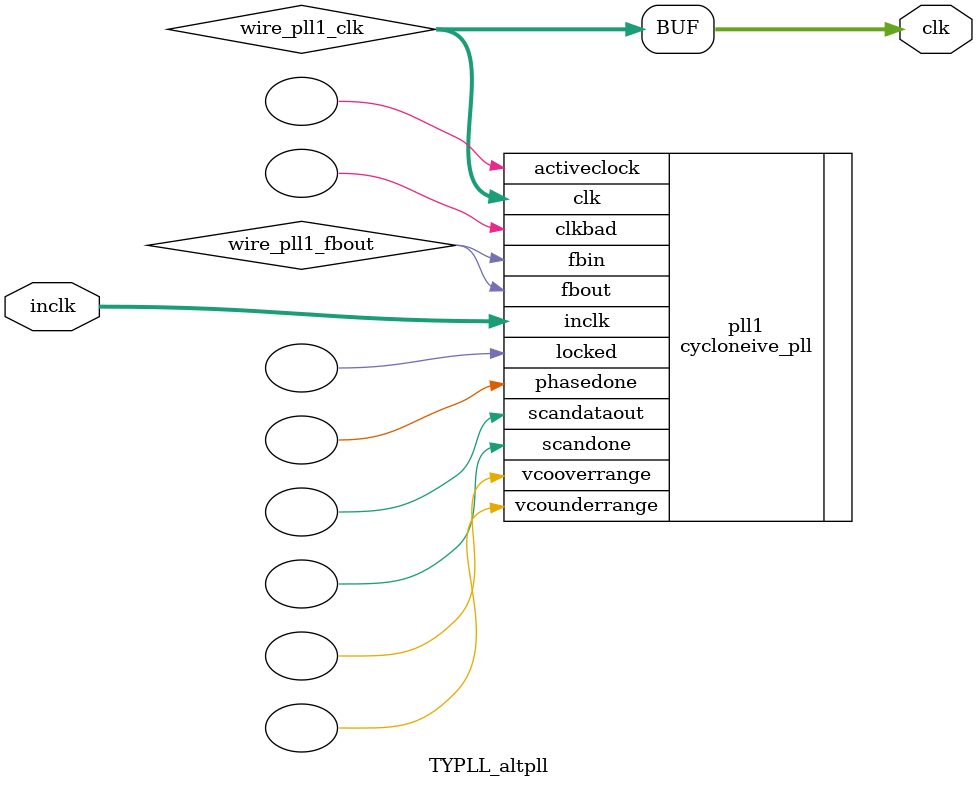
<source format=v>






//synthesis_resources = cycloneive_pll 1 
//synopsys translate_off
`timescale 1 ps / 1 ps
//synopsys translate_on
module  TYPLL_altpll
	( 
	clk,
	inclk) /* synthesis synthesis_clearbox=1 */;
	output   [4:0]  clk;
	input   [1:0]  inclk;
`ifndef ALTERA_RESERVED_QIS
// synopsys translate_off
`endif
	tri0   [1:0]  inclk;
`ifndef ALTERA_RESERVED_QIS
// synopsys translate_on
`endif

	wire  [4:0]   wire_pll1_clk;
	wire  wire_pll1_fbout;

	cycloneive_pll   pll1
	( 
	.activeclock(),
	.clk(wire_pll1_clk),
	.clkbad(),
	.fbin(wire_pll1_fbout),
	.fbout(wire_pll1_fbout),
	.inclk(inclk),
	.locked(),
	.phasedone(),
	.scandataout(),
	.scandone(),
	.vcooverrange(),
	.vcounderrange()
	`ifndef FORMAL_VERIFICATION
	// synopsys translate_off
	`endif
	,
	.areset(1'b0),
	.clkswitch(1'b0),
	.configupdate(1'b0),
	.pfdena(1'b1),
	.phasecounterselect({3{1'b0}}),
	.phasestep(1'b0),
	.phaseupdown(1'b0),
	.scanclk(1'b0),
	.scanclkena(1'b1),
	.scandata(1'b0)
	`ifndef FORMAL_VERIFICATION
	// synopsys translate_on
	`endif
	);
	defparam
		pll1.bandwidth_type = "auto",
		pll1.clk0_divide_by = 1,
		pll1.clk0_duty_cycle = 50,
		pll1.clk0_multiply_by = 3,
		pll1.clk0_phase_shift = "0",
		pll1.clk1_divide_by = 293,
		pll1.clk1_duty_cycle = 50,
		pll1.clk1_multiply_by = 6,
		pll1.clk1_phase_shift = "0",
		pll1.compensate_clock = "clk0",
		pll1.inclk0_input_frequency = 20000,
		pll1.operation_mode = "normal",
		pll1.pll_type = "auto",
		pll1.lpm_type = "cycloneive_pll";
	assign
		clk = {wire_pll1_clk[4:0]};
endmodule //TYPLL_altpll
//VALID FILE

</source>
